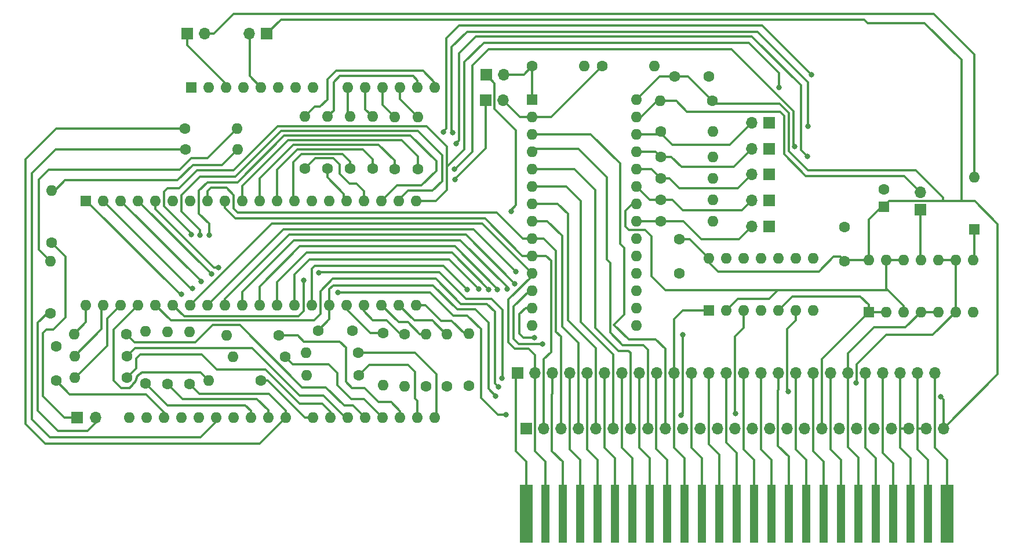
<source format=gbr>
G04 #@! TF.GenerationSoftware,KiCad,Pcbnew,(6.0.2)*
G04 #@! TF.CreationDate,2022-06-15T10:48:40-05:00*
G04 #@! TF.ProjectId,Apple2Card,4170706c-6532-4436-9172-642e6b696361,rev?*
G04 #@! TF.SameCoordinates,Original*
G04 #@! TF.FileFunction,Copper,L2,Bot*
G04 #@! TF.FilePolarity,Positive*
%FSLAX46Y46*%
G04 Gerber Fmt 4.6, Leading zero omitted, Abs format (unit mm)*
G04 Created by KiCad (PCBNEW (6.0.2)) date 2022-06-15 10:48:40*
%MOMM*%
%LPD*%
G01*
G04 APERTURE LIST*
G04 #@! TA.AperFunction,ComponentPad*
%ADD10O,1.600000X1.600000*%
G04 #@! TD*
G04 #@! TA.AperFunction,ComponentPad*
%ADD11C,1.600000*%
G04 #@! TD*
G04 #@! TA.AperFunction,ComponentPad*
%ADD12R,1.700000X1.700000*%
G04 #@! TD*
G04 #@! TA.AperFunction,ComponentPad*
%ADD13O,1.700000X1.700000*%
G04 #@! TD*
G04 #@! TA.AperFunction,ComponentPad*
%ADD14R,1.600000X1.600000*%
G04 #@! TD*
G04 #@! TA.AperFunction,SMDPad,CuDef*
%ADD15R,1.910000X8.530000*%
G04 #@! TD*
G04 #@! TA.AperFunction,SMDPad,CuDef*
%ADD16R,1.270000X8.530000*%
G04 #@! TD*
G04 #@! TA.AperFunction,ViaPad*
%ADD17C,0.800000*%
G04 #@! TD*
G04 #@! TA.AperFunction,Conductor*
%ADD18C,0.350000*%
G04 #@! TD*
G04 APERTURE END LIST*
D10*
X50910000Y-62150000D03*
D11*
X50910000Y-69770000D03*
D10*
X51054000Y-51816000D03*
D11*
X51054000Y-59436000D03*
D12*
X54765000Y-85050000D03*
D13*
X57510000Y-85050000D03*
D14*
X185880000Y-57490000D03*
D10*
X185880000Y-49870000D03*
D11*
X131500000Y-33630000D03*
D10*
X139120000Y-33630000D03*
D12*
X178010000Y-54640000D03*
D13*
X178010000Y-52100000D03*
D11*
X142100000Y-35130000D03*
X147100000Y-35130000D03*
X142810000Y-58930000D03*
X142810000Y-63930000D03*
D12*
X114555000Y-34890000D03*
D13*
X117095000Y-34890000D03*
D11*
X140100000Y-43220000D03*
D10*
X147720000Y-43220000D03*
D12*
X155920000Y-45720000D03*
D13*
X153380000Y-45720000D03*
D10*
X62385000Y-85050000D03*
X64925000Y-85050000D03*
X67465000Y-85050000D03*
X70005000Y-85050000D03*
X72545000Y-85050000D03*
X75085000Y-85050000D03*
X77625000Y-85050000D03*
X80165000Y-85050000D03*
X82705000Y-85050000D03*
X85245000Y-85050000D03*
X89305000Y-85050000D03*
X91845000Y-85050000D03*
X94385000Y-85050000D03*
X96925000Y-85050000D03*
X99465000Y-85050000D03*
X102005000Y-85050000D03*
X104545000Y-85050000D03*
X107085000Y-85050000D03*
X107085000Y-36790000D03*
X104545000Y-36790000D03*
X102005000Y-36790000D03*
X99465000Y-36790000D03*
X96925000Y-36790000D03*
X94385000Y-36790000D03*
X89305000Y-36790000D03*
X86765000Y-36790000D03*
X84225000Y-36790000D03*
X81685000Y-36790000D03*
X79145000Y-36790000D03*
X76605000Y-36790000D03*
X74065000Y-36790000D03*
D14*
X71525000Y-36790000D03*
D11*
X140050000Y-56310000D03*
D10*
X147670000Y-56310000D03*
D15*
X181864000Y-99060000D03*
D16*
X179070000Y-99060000D03*
X176530000Y-99060000D03*
X173990000Y-99060000D03*
X171450000Y-99060000D03*
X168910000Y-99060000D03*
X166370000Y-99060000D03*
X163830000Y-99060000D03*
X161290000Y-99060000D03*
X158750000Y-99060000D03*
X156210000Y-99060000D03*
X153670000Y-99060000D03*
X151130000Y-99060000D03*
X148590000Y-99060000D03*
X146050000Y-99060000D03*
X143510000Y-99060000D03*
X140970000Y-99060000D03*
X138430000Y-99060000D03*
X135890000Y-99060000D03*
X133350000Y-99060000D03*
X130810000Y-99060000D03*
X128270000Y-99060000D03*
X125730000Y-99060000D03*
X123190000Y-99060000D03*
D15*
X120396000Y-99060000D03*
D12*
X155885000Y-41970000D03*
D13*
X153345000Y-41970000D03*
D12*
X120396000Y-86614000D03*
D13*
X122936000Y-86614000D03*
X125476000Y-86614000D03*
X128016000Y-86614000D03*
X130556000Y-86614000D03*
X133096000Y-86614000D03*
X135636000Y-86614000D03*
X138176000Y-86614000D03*
X140716000Y-86614000D03*
X143256000Y-86614000D03*
X145796000Y-86614000D03*
X148336000Y-86614000D03*
X150876000Y-86614000D03*
X153416000Y-86614000D03*
X155956000Y-86614000D03*
X158496000Y-86614000D03*
X161036000Y-86614000D03*
X163576000Y-86614000D03*
X166116000Y-86614000D03*
X168656000Y-86614000D03*
X171196000Y-86614000D03*
X173736000Y-86614000D03*
X176276000Y-86614000D03*
X178816000Y-86614000D03*
X181356000Y-86614000D03*
D12*
X119130000Y-78510000D03*
D13*
X121670000Y-78510000D03*
X124210000Y-78510000D03*
X126750000Y-78510000D03*
X129290000Y-78510000D03*
X131830000Y-78510000D03*
X134370000Y-78510000D03*
X136910000Y-78510000D03*
X139450000Y-78510000D03*
X141990000Y-78510000D03*
X144530000Y-78510000D03*
X147070000Y-78510000D03*
X149610000Y-78510000D03*
X152150000Y-78510000D03*
X154690000Y-78510000D03*
X157230000Y-78510000D03*
X159770000Y-78510000D03*
X162310000Y-78510000D03*
X164850000Y-78510000D03*
X167390000Y-78510000D03*
X169930000Y-78510000D03*
X172470000Y-78510000D03*
X175010000Y-78510000D03*
X177550000Y-78510000D03*
X180090000Y-78510000D03*
D12*
X155900000Y-53240000D03*
D13*
X153360000Y-53240000D03*
D11*
X140060000Y-50050000D03*
D10*
X147680000Y-50050000D03*
D11*
X121300000Y-33660000D03*
D10*
X128920000Y-33660000D03*
D14*
X147066000Y-69342000D03*
D10*
X149606000Y-69342000D03*
X152146000Y-69342000D03*
X154686000Y-69342000D03*
X157226000Y-69342000D03*
X159766000Y-69342000D03*
X162306000Y-69342000D03*
X162306000Y-61722000D03*
X159766000Y-61722000D03*
X157226000Y-61722000D03*
X154686000Y-61722000D03*
X152146000Y-61722000D03*
X149606000Y-61722000D03*
X147066000Y-61722000D03*
D14*
X170429000Y-69586000D03*
D10*
X172969000Y-69586000D03*
X175509000Y-69586000D03*
X178049000Y-69586000D03*
X180589000Y-69586000D03*
X183129000Y-69586000D03*
X185669000Y-69586000D03*
X185669000Y-61966000D03*
X183129000Y-61966000D03*
X180589000Y-61966000D03*
X178049000Y-61966000D03*
X175509000Y-61966000D03*
X172969000Y-61966000D03*
X170429000Y-61966000D03*
D11*
X140060000Y-46890000D03*
D10*
X147680000Y-46890000D03*
D11*
X140060000Y-53210000D03*
D10*
X147680000Y-53210000D03*
D12*
X155910000Y-49490000D03*
D13*
X153370000Y-49490000D03*
D11*
X147630000Y-38740000D03*
D10*
X140010000Y-38740000D03*
D14*
X121235000Y-38515000D03*
D10*
X121235000Y-41055000D03*
X121235000Y-43595000D03*
X121235000Y-46135000D03*
X121235000Y-48675000D03*
X121235000Y-51215000D03*
X121235000Y-53755000D03*
X121235000Y-56295000D03*
X121235000Y-58835000D03*
X121235000Y-61375000D03*
X121235000Y-63915000D03*
X121235000Y-66455000D03*
X121235000Y-68995000D03*
X121235000Y-71535000D03*
X136475000Y-71535000D03*
X136475000Y-68995000D03*
X136475000Y-66455000D03*
X136475000Y-63915000D03*
X136475000Y-61375000D03*
X136475000Y-58835000D03*
X136475000Y-56295000D03*
X136475000Y-53755000D03*
X136475000Y-51215000D03*
X136475000Y-48675000D03*
X136475000Y-46135000D03*
X136475000Y-43595000D03*
X136475000Y-41055000D03*
X136475000Y-38515000D03*
D12*
X114515000Y-38660000D03*
D13*
X117055000Y-38660000D03*
D12*
X155865000Y-57070000D03*
D13*
X153325000Y-57070000D03*
D11*
X166920000Y-62150000D03*
X166920000Y-57150000D03*
D14*
X172620000Y-54190000D03*
D11*
X172620000Y-51690000D03*
D12*
X70930000Y-28880000D03*
D13*
X73470000Y-28880000D03*
D11*
X98000000Y-48650000D03*
D10*
X98000000Y-41030000D03*
D11*
X94650000Y-48625000D03*
D10*
X94650000Y-41005000D03*
D11*
X68000000Y-80120000D03*
D10*
X68000000Y-72500000D03*
D11*
X95940000Y-78860000D03*
D10*
X88320000Y-78860000D03*
D12*
X82530000Y-28880000D03*
D13*
X79990000Y-28880000D03*
D11*
X112070000Y-80410000D03*
D10*
X112070000Y-72790000D03*
D11*
X108860000Y-80430000D03*
D10*
X108860000Y-72810000D03*
D11*
X88075000Y-48635000D03*
D10*
X88075000Y-41015000D03*
D11*
X71225000Y-80120000D03*
D10*
X71225000Y-72500000D03*
D11*
X104625000Y-48700000D03*
D10*
X104625000Y-41080000D03*
D11*
X99500000Y-72670000D03*
D10*
X99500000Y-80290000D03*
D11*
X51730000Y-79600000D03*
X51730000Y-74600000D03*
X105770000Y-80430000D03*
D10*
X105770000Y-72810000D03*
D11*
X81670000Y-79600000D03*
D10*
X74050000Y-79600000D03*
D11*
X62075000Y-76050000D03*
D10*
X54455000Y-76050000D03*
D14*
X56085000Y-53325000D03*
D10*
X58625000Y-53325000D03*
X61165000Y-53325000D03*
X63705000Y-53325000D03*
X66245000Y-53325000D03*
X68785000Y-53325000D03*
X71325000Y-53325000D03*
X73865000Y-53325000D03*
X76405000Y-53325000D03*
X78945000Y-53325000D03*
X81485000Y-53325000D03*
X84025000Y-53325000D03*
X86565000Y-53325000D03*
X89105000Y-53325000D03*
X91645000Y-53325000D03*
X94185000Y-53325000D03*
X96725000Y-53325000D03*
X99265000Y-53325000D03*
X101805000Y-53325000D03*
X104345000Y-53325000D03*
X104345000Y-68565000D03*
X101805000Y-68565000D03*
X99265000Y-68565000D03*
X96725000Y-68565000D03*
X94185000Y-68565000D03*
X91645000Y-68565000D03*
X89105000Y-68565000D03*
X86565000Y-68565000D03*
X84025000Y-68565000D03*
X81485000Y-68565000D03*
X78945000Y-68565000D03*
X76405000Y-68565000D03*
X73865000Y-68565000D03*
X71325000Y-68565000D03*
X68785000Y-68565000D03*
X66245000Y-68565000D03*
X63705000Y-68565000D03*
X61165000Y-68565000D03*
X58625000Y-68565000D03*
X56085000Y-68565000D03*
D11*
X62090000Y-79180000D03*
D10*
X54470000Y-79180000D03*
D11*
X85180000Y-76130000D03*
D10*
X77560000Y-76130000D03*
D11*
X64830000Y-80050000D03*
D10*
X64830000Y-72430000D03*
D11*
X84260000Y-73000000D03*
D10*
X76640000Y-73000000D03*
D11*
X62000000Y-72800000D03*
D10*
X54380000Y-72800000D03*
D11*
X70610000Y-45810000D03*
D10*
X78230000Y-45810000D03*
D11*
X95900000Y-75510000D03*
D10*
X88280000Y-75510000D03*
D11*
X91375000Y-48635000D03*
D10*
X91375000Y-41015000D03*
D11*
X101225000Y-48725000D03*
D10*
X101225000Y-41105000D03*
D11*
X70570000Y-42810000D03*
D10*
X78190000Y-42810000D03*
D11*
X90010000Y-72310000D03*
X95010000Y-72310000D03*
X102680000Y-72810000D03*
D10*
X102680000Y-80430000D03*
D17*
X143256000Y-72898000D03*
X143000000Y-84680000D03*
X180950000Y-82020000D03*
X115950000Y-81880000D03*
X111770000Y-66290000D03*
X113500000Y-66260000D03*
X114920000Y-66290000D03*
X116210000Y-66300000D03*
X117590000Y-66210000D03*
X121570000Y-73350000D03*
X118750000Y-65460000D03*
X118920000Y-63650000D03*
X122820000Y-74280000D03*
X168610000Y-79910000D03*
X116880000Y-79280000D03*
X87870000Y-64950000D03*
X90120000Y-63850000D03*
X108320000Y-43310000D03*
X162070000Y-34930000D03*
X161560000Y-42450000D03*
X109640000Y-43360000D03*
X74080000Y-58330000D03*
X159630000Y-45420000D03*
X109920000Y-48710000D03*
X72730000Y-58350000D03*
X110010000Y-50270000D03*
X71500000Y-58310000D03*
X157360000Y-36740000D03*
X118210000Y-54900000D03*
X110140000Y-44970000D03*
X161490000Y-46850000D03*
X151010000Y-84460000D03*
X92930000Y-66720000D03*
X117420000Y-84590000D03*
X75470000Y-63110000D03*
X158650000Y-81180000D03*
X116340000Y-80530000D03*
X72890000Y-65140000D03*
X70050000Y-66990000D03*
X74430000Y-64070000D03*
X71620000Y-66140000D03*
D18*
X52960000Y-85050000D02*
X54765000Y-85050000D01*
X50330000Y-72140000D02*
X49810000Y-72660000D01*
X49810000Y-72660000D02*
X49810000Y-81900000D01*
X51350000Y-72140000D02*
X50330000Y-72140000D01*
X49810000Y-81900000D02*
X52960000Y-85050000D01*
X53090000Y-61472000D02*
X53090000Y-70400000D01*
X51054000Y-59436000D02*
X53090000Y-61472000D01*
X53090000Y-70400000D02*
X51350000Y-72140000D01*
X57510000Y-85830000D02*
X57510000Y-85050000D01*
X56350000Y-86990000D02*
X57510000Y-85830000D01*
X52050000Y-86990000D02*
X56350000Y-86990000D01*
X49040000Y-83980000D02*
X52050000Y-86990000D01*
X50450000Y-69770000D02*
X49040000Y-71180000D01*
X49040000Y-71180000D02*
X49040000Y-83980000D01*
X50910000Y-69770000D02*
X50450000Y-69770000D01*
X47280000Y-85960000D02*
X50130000Y-88810000D01*
X50130000Y-88810000D02*
X81485000Y-88810000D01*
X47280000Y-47300000D02*
X47280000Y-85960000D01*
X51770000Y-42810000D02*
X47280000Y-47300000D01*
X81485000Y-88810000D02*
X85245000Y-85050000D01*
X70570000Y-42810000D02*
X51770000Y-42810000D01*
X50790000Y-87870000D02*
X72820000Y-87870000D01*
X48210000Y-85290000D02*
X50790000Y-87870000D01*
X72820000Y-87870000D02*
X75085000Y-85605000D01*
X75085000Y-85605000D02*
X75085000Y-85050000D01*
X48210000Y-49300000D02*
X48210000Y-85290000D01*
X51700000Y-45810000D02*
X48210000Y-49300000D01*
X70610000Y-45810000D02*
X51700000Y-45810000D01*
X49260000Y-60500000D02*
X50910000Y-62150000D01*
X49260000Y-50210000D02*
X49260000Y-60500000D01*
X69830000Y-48800000D02*
X50670000Y-48800000D01*
X50670000Y-48800000D02*
X49260000Y-50210000D01*
X73870000Y-47130000D02*
X71500000Y-47130000D01*
X71500000Y-47130000D02*
X69830000Y-48800000D01*
X78190000Y-42810000D02*
X73870000Y-47130000D01*
X107225000Y-53325000D02*
X104345000Y-53325000D01*
X108830000Y-51720000D02*
X107225000Y-53325000D01*
X108830000Y-45400000D02*
X108830000Y-51720000D01*
X105870000Y-42440000D02*
X108830000Y-45400000D01*
X84140000Y-42440000D02*
X105870000Y-42440000D01*
X69740000Y-51460000D02*
X72300000Y-48900000D01*
X68020000Y-51460000D02*
X69740000Y-51460000D01*
X77680000Y-48900000D02*
X84140000Y-42440000D01*
X67500000Y-51980000D02*
X68020000Y-51460000D01*
X67500000Y-54130000D02*
X67500000Y-51980000D01*
X71500000Y-58130000D02*
X67500000Y-54130000D01*
X72300000Y-48900000D02*
X77680000Y-48900000D01*
X71500000Y-58310000D02*
X71500000Y-58130000D01*
X53060000Y-50330000D02*
X51574000Y-51816000D01*
X71730000Y-48080000D02*
X69480000Y-50330000D01*
X75960000Y-48080000D02*
X71730000Y-48080000D01*
X69480000Y-50330000D02*
X53060000Y-50330000D01*
X78230000Y-45810000D02*
X75960000Y-48080000D01*
X51574000Y-51816000D02*
X51054000Y-51816000D01*
X53740000Y-81610000D02*
X64850000Y-81610000D01*
X51730000Y-79600000D02*
X53740000Y-81610000D01*
X64850000Y-81610000D02*
X67465000Y-84225000D01*
X67465000Y-84225000D02*
X67465000Y-85050000D01*
X104160000Y-75510000D02*
X95900000Y-75510000D01*
X107310000Y-84825000D02*
X107310000Y-78660000D01*
X107085000Y-85050000D02*
X107310000Y-84825000D01*
X107310000Y-78660000D02*
X104160000Y-75510000D01*
X68500000Y-70820000D02*
X66245000Y-68565000D01*
X89410000Y-70820000D02*
X68500000Y-70820000D01*
X90340000Y-69890000D02*
X89410000Y-70820000D01*
X90340000Y-66540000D02*
X90340000Y-69890000D01*
X92170000Y-64710000D02*
X90340000Y-66540000D01*
X107200000Y-64710000D02*
X92170000Y-64710000D01*
X110880000Y-68390000D02*
X107200000Y-64710000D01*
X115810000Y-69540000D02*
X114660000Y-68390000D01*
X116340000Y-80530000D02*
X115810000Y-80000000D01*
X114660000Y-68390000D02*
X110880000Y-68390000D01*
X115810000Y-80000000D02*
X115810000Y-69540000D01*
X91645000Y-66235000D02*
X91645000Y-68565000D01*
X92190000Y-65690000D02*
X91645000Y-66235000D01*
X106820000Y-65690000D02*
X92190000Y-65690000D01*
X110340000Y-69210000D02*
X106820000Y-65690000D01*
X112960000Y-69210000D02*
X110340000Y-69210000D01*
X114880000Y-71130000D02*
X112960000Y-69210000D01*
X114880000Y-80810000D02*
X114880000Y-71130000D01*
X115950000Y-81880000D02*
X114880000Y-80810000D01*
X143256000Y-72898000D02*
X143270000Y-72912000D01*
X143270000Y-84410000D02*
X143000000Y-84680000D01*
X143270000Y-72912000D02*
X143270000Y-84410000D01*
X123325000Y-61375000D02*
X121235000Y-61375000D01*
X124030000Y-75420000D02*
X124030000Y-62080000D01*
X119865000Y-61375000D02*
X114370000Y-55880000D01*
X122936000Y-86614000D02*
X122936000Y-76514000D01*
X122936000Y-76514000D02*
X124030000Y-75420000D01*
X124030000Y-62080000D02*
X123325000Y-61375000D01*
X121235000Y-61375000D02*
X119865000Y-61375000D01*
X114370000Y-55880000D02*
X77880000Y-55880000D01*
X77880000Y-55880000D02*
X76405000Y-54405000D01*
X76405000Y-54405000D02*
X76405000Y-53325000D01*
X124780000Y-72510000D02*
X124780000Y-60680000D01*
X122935000Y-58835000D02*
X121235000Y-58835000D01*
X73865000Y-51895000D02*
X73865000Y-53325000D01*
X77700000Y-52480000D02*
X76650000Y-51430000D01*
X78270000Y-55060000D02*
X77700000Y-54490000D01*
X76650000Y-51430000D02*
X74330000Y-51430000D01*
X124780000Y-60680000D02*
X122935000Y-58835000D01*
X119905000Y-58835000D02*
X116130000Y-55060000D01*
X116130000Y-55060000D02*
X78270000Y-55060000D01*
X77700000Y-54490000D02*
X77700000Y-52480000D01*
X74330000Y-51430000D02*
X73865000Y-51895000D01*
X125476000Y-86614000D02*
X125476000Y-73206000D01*
X125476000Y-73206000D02*
X124780000Y-72510000D01*
X121235000Y-58835000D02*
X119905000Y-58835000D01*
X125630000Y-71750000D02*
X125630000Y-58420000D01*
X125630000Y-58420000D02*
X123505000Y-56295000D01*
X128016000Y-74136000D02*
X125630000Y-71750000D01*
X128016000Y-86614000D02*
X128016000Y-74136000D01*
X123505000Y-56295000D02*
X121235000Y-56295000D01*
X130556000Y-86614000D02*
X130556000Y-74896000D01*
X126480000Y-70820000D02*
X126480000Y-55210000D01*
X130556000Y-74896000D02*
X126480000Y-70820000D01*
X125025000Y-53755000D02*
X121235000Y-53755000D01*
X126480000Y-55210000D02*
X125025000Y-53755000D01*
X133096000Y-86614000D02*
X133096000Y-75806000D01*
X128370000Y-53340000D02*
X126245000Y-51215000D01*
X128370000Y-71080000D02*
X128370000Y-53340000D01*
X126245000Y-51215000D02*
X121235000Y-51215000D01*
X133096000Y-75806000D02*
X128370000Y-71080000D01*
X135636000Y-86614000D02*
X135636000Y-75536000D01*
X130500000Y-51730000D02*
X127445000Y-48675000D01*
X127445000Y-48675000D02*
X121235000Y-48675000D01*
X133860000Y-75250000D02*
X130500000Y-71890000D01*
X135636000Y-75536000D02*
X135350000Y-75250000D01*
X135350000Y-75250000D02*
X133860000Y-75250000D01*
X130500000Y-71890000D02*
X130500000Y-51730000D01*
X132190000Y-49870000D02*
X128020000Y-45700000D01*
X121660000Y-45710000D02*
X121235000Y-46135000D01*
X134490000Y-74430000D02*
X132680000Y-72620000D01*
X138176000Y-86614000D02*
X138176000Y-75096000D01*
X128020000Y-45700000D02*
X122040000Y-45700000D01*
X122030000Y-45710000D02*
X121660000Y-45710000D01*
X132190000Y-61925325D02*
X132190000Y-49870000D01*
X138176000Y-75096000D02*
X137510000Y-74430000D01*
X137510000Y-74430000D02*
X134490000Y-74430000D01*
X132680000Y-72620000D02*
X132680000Y-62415325D01*
X132680000Y-62415325D02*
X132190000Y-61925325D01*
X122040000Y-45700000D02*
X122030000Y-45710000D01*
X134710000Y-69959040D02*
X134710000Y-60250000D01*
X129825000Y-43595000D02*
X121235000Y-43595000D01*
X134120000Y-59660000D02*
X134120000Y-47890000D01*
X140716000Y-74986000D02*
X139310000Y-73580000D01*
X134710000Y-60250000D02*
X134120000Y-59660000D01*
X139310000Y-73580000D02*
X135370000Y-73580000D01*
X133229520Y-71439520D02*
X134710000Y-69959040D01*
X140716000Y-86614000D02*
X140716000Y-74986000D01*
X134120000Y-47890000D02*
X129825000Y-43595000D01*
X135370000Y-73580000D02*
X133229520Y-71439520D01*
X163576000Y-76439000D02*
X170429000Y-69586000D01*
X157226000Y-69342000D02*
X159248000Y-67320000D01*
X163576000Y-86614000D02*
X163576000Y-76439000D01*
X170429000Y-69586000D02*
X170429000Y-68529000D01*
X172969000Y-69586000D02*
X170429000Y-69586000D01*
X159248000Y-67320000D02*
X169220000Y-67320000D01*
X170429000Y-68529000D02*
X169220000Y-67320000D01*
X175006000Y-86494000D02*
X175006000Y-89408000D01*
X175006000Y-86494000D02*
X175006000Y-81394000D01*
X175006000Y-81394000D02*
X175010000Y-81390000D01*
X176530000Y-90932000D02*
X176530000Y-99060000D01*
X176276000Y-86614000D02*
X175126000Y-86614000D01*
X175006000Y-89408000D02*
X176530000Y-90932000D01*
X175126000Y-86614000D02*
X175006000Y-86494000D01*
X175010000Y-81390000D02*
X175010000Y-78510000D01*
X177594000Y-86614000D02*
X178816000Y-86614000D01*
X177540000Y-86560000D02*
X177540000Y-78520000D01*
X177540000Y-89656000D02*
X179070000Y-91186000D01*
X179070000Y-91186000D02*
X179070000Y-99060000D01*
X177540000Y-86560000D02*
X177594000Y-86614000D01*
X177540000Y-78520000D02*
X177550000Y-78510000D01*
X177540000Y-86560000D02*
X177540000Y-89656000D01*
X184000000Y-32730000D02*
X184000000Y-53380000D01*
X158770000Y-46060000D02*
X158770000Y-40500000D01*
X148430000Y-63660000D02*
X163180000Y-63660000D01*
X142810000Y-58930000D02*
X144274000Y-58930000D01*
X169780000Y-26840000D02*
X170300000Y-27360000D01*
X167104000Y-61966000D02*
X166920000Y-62150000D01*
X181316000Y-53380000D02*
X181316000Y-52846000D01*
X170429000Y-56061000D02*
X172300000Y-54190000D01*
X166300000Y-61530000D02*
X166920000Y-62150000D01*
X172300000Y-54190000D02*
X172620000Y-54190000D01*
X178630000Y-27360000D02*
X184000000Y-32730000D01*
X170429000Y-61966000D02*
X170429000Y-56061000D01*
X148020000Y-39130000D02*
X147630000Y-38740000D01*
X163180000Y-63660000D02*
X165310000Y-61530000D01*
X181306000Y-53390000D02*
X173420000Y-53390000D01*
X144020000Y-35130000D02*
X147630000Y-38740000D01*
X185920000Y-53380000D02*
X184000000Y-53380000D01*
X144274000Y-58930000D02*
X147066000Y-61722000D01*
X181316000Y-52846000D02*
X177360000Y-48890000D01*
X181356000Y-86614000D02*
X189290000Y-78680000D01*
X181356000Y-82426000D02*
X181356000Y-86614000D01*
X136475000Y-38515000D02*
X139860000Y-35130000D01*
X147066000Y-61722000D02*
X147066000Y-62296000D01*
X180950000Y-82020000D02*
X181356000Y-82426000D01*
X157400000Y-39130000D02*
X148020000Y-39130000D01*
X91645000Y-70675000D02*
X90010000Y-72310000D01*
X142100000Y-35130000D02*
X144020000Y-35130000D01*
X82530000Y-28880000D02*
X84570000Y-26840000D01*
X91645000Y-68565000D02*
X91645000Y-70675000D01*
X165310000Y-61530000D02*
X166300000Y-61530000D01*
X139860000Y-35130000D02*
X142100000Y-35130000D01*
X158770000Y-40500000D02*
X157400000Y-39130000D01*
X177360000Y-48890000D02*
X161600000Y-48890000D01*
X147066000Y-62296000D02*
X148430000Y-63660000D01*
X173420000Y-53390000D02*
X172620000Y-54190000D01*
X170300000Y-27360000D02*
X178630000Y-27360000D01*
X170429000Y-61966000D02*
X167104000Y-61966000D01*
X184000000Y-53380000D02*
X181316000Y-53380000D01*
X189290000Y-78680000D02*
X189290000Y-56750000D01*
X189290000Y-56750000D02*
X185920000Y-53380000D01*
X161600000Y-48890000D02*
X158770000Y-46060000D01*
X181316000Y-53380000D02*
X181306000Y-53390000D01*
X84570000Y-26840000D02*
X169780000Y-26840000D01*
X180090000Y-89412000D02*
X180090000Y-78510000D01*
X181864000Y-99060000D02*
X181864000Y-91186000D01*
X181864000Y-91186000D02*
X180090000Y-89412000D01*
X172470000Y-81095000D02*
X172470000Y-78510000D01*
X173990000Y-99060000D02*
X173990000Y-91694000D01*
X172480000Y-90184000D02*
X172480000Y-81105000D01*
X172480000Y-81105000D02*
X172470000Y-81095000D01*
X173990000Y-91694000D02*
X172480000Y-90184000D01*
X171450000Y-90932000D02*
X169940000Y-89422000D01*
X169940000Y-89422000D02*
X169940000Y-78520000D01*
X171450000Y-99060000D02*
X171450000Y-90932000D01*
X169940000Y-78520000D02*
X169930000Y-78510000D01*
X175815000Y-71820000D02*
X178049000Y-69586000D01*
X167390000Y-89360000D02*
X168910000Y-90880000D01*
X178049000Y-69586000D02*
X180589000Y-69586000D01*
X167390000Y-75650000D02*
X171220000Y-71820000D01*
X167390000Y-78510000D02*
X167390000Y-75650000D01*
X171220000Y-71820000D02*
X175815000Y-71820000D01*
X168910000Y-90880000D02*
X168910000Y-99060000D01*
X167390000Y-78510000D02*
X167390000Y-89360000D01*
X164850000Y-89666000D02*
X164850000Y-78510000D01*
X166370000Y-99060000D02*
X166370000Y-91186000D01*
X166370000Y-91186000D02*
X164850000Y-89666000D01*
X163830000Y-91440000D02*
X162310000Y-89920000D01*
X163830000Y-99060000D02*
X163830000Y-91440000D01*
X162310000Y-89920000D02*
X162310000Y-78510000D01*
X159760000Y-80710000D02*
X159770000Y-80700000D01*
X161290000Y-91186000D02*
X159760000Y-89656000D01*
X161290000Y-99060000D02*
X161290000Y-91186000D01*
X159770000Y-80700000D02*
X159770000Y-78510000D01*
X159760000Y-89656000D02*
X159760000Y-80710000D01*
X157230000Y-80990000D02*
X157230000Y-78510000D01*
X157210000Y-81010000D02*
X157230000Y-80990000D01*
X158750000Y-90678000D02*
X157210000Y-89138000D01*
X157210000Y-89138000D02*
X157210000Y-81010000D01*
X158750000Y-99060000D02*
X158750000Y-90678000D01*
X156210000Y-99060000D02*
X156210000Y-91186000D01*
X154700000Y-89676000D02*
X154700000Y-78520000D01*
X156210000Y-91186000D02*
X154700000Y-89676000D01*
X154700000Y-78520000D02*
X154690000Y-78510000D01*
X153670000Y-91186000D02*
X152160000Y-89676000D01*
X153670000Y-99060000D02*
X153670000Y-91186000D01*
X152160000Y-89676000D02*
X152160000Y-78520000D01*
X152160000Y-78520000D02*
X152150000Y-78510000D01*
X151130000Y-90170000D02*
X149610000Y-88650000D01*
X151130000Y-99060000D02*
X151130000Y-90170000D01*
X149610000Y-88650000D02*
X149610000Y-78510000D01*
X147070000Y-80910000D02*
X147070000Y-78510000D01*
X148590000Y-90424000D02*
X147080000Y-88914000D01*
X147080000Y-88914000D02*
X147080000Y-80920000D01*
X147080000Y-80920000D02*
X147070000Y-80910000D01*
X148590000Y-99060000D02*
X148590000Y-90424000D01*
X144520000Y-78520000D02*
X144530000Y-78510000D01*
X144520000Y-89402000D02*
X144520000Y-78520000D01*
X146050000Y-99060000D02*
X146050000Y-90932000D01*
X146050000Y-90932000D02*
X144520000Y-89402000D01*
X141980000Y-89402000D02*
X141980000Y-81030000D01*
X141990000Y-70608000D02*
X143256000Y-69342000D01*
X141980000Y-81030000D02*
X141990000Y-81020000D01*
X141990000Y-78510000D02*
X141990000Y-70608000D01*
X143510000Y-99060000D02*
X143510000Y-90932000D01*
X143510000Y-90932000D02*
X141980000Y-89402000D01*
X143256000Y-69342000D02*
X147066000Y-69342000D01*
X141990000Y-81020000D02*
X141990000Y-78510000D01*
X108310000Y-62830000D02*
X89560000Y-62830000D01*
X111770000Y-66290000D02*
X108310000Y-62830000D01*
X89105000Y-63285000D02*
X89105000Y-68565000D01*
X140970000Y-91186000D02*
X139420000Y-89636000D01*
X139420000Y-89636000D02*
X139420000Y-78540000D01*
X89560000Y-62830000D02*
X89105000Y-63285000D01*
X139420000Y-78540000D02*
X139450000Y-78510000D01*
X140970000Y-99060000D02*
X140970000Y-91186000D01*
X88760000Y-61920000D02*
X86565000Y-64115000D01*
X113500000Y-66260000D02*
X109160000Y-61920000D01*
X86565000Y-64115000D02*
X86565000Y-68565000D01*
X138430000Y-90932000D02*
X136920000Y-89422000D01*
X109160000Y-61920000D02*
X88760000Y-61920000D01*
X136910000Y-81260000D02*
X136910000Y-78510000D01*
X138430000Y-99060000D02*
X138430000Y-90932000D01*
X136920000Y-89422000D02*
X136920000Y-81270000D01*
X136920000Y-81270000D02*
X136910000Y-81260000D01*
X114920000Y-66290000D02*
X109550000Y-60920000D01*
X109550000Y-60920000D02*
X88320000Y-60920000D01*
X88320000Y-60920000D02*
X84025000Y-65215000D01*
X84025000Y-65215000D02*
X84025000Y-68565000D01*
X134380000Y-89422000D02*
X134380000Y-81060000D01*
X134370000Y-81050000D02*
X134370000Y-78510000D01*
X135890000Y-99060000D02*
X135890000Y-90932000D01*
X134380000Y-81060000D02*
X134370000Y-81050000D01*
X135890000Y-90932000D02*
X134380000Y-89422000D01*
X116210000Y-66200000D02*
X110010000Y-60000000D01*
X110010000Y-60000000D02*
X87340000Y-60000000D01*
X133350000Y-99060000D02*
X133350000Y-90932000D01*
X131830000Y-80510000D02*
X131830000Y-78510000D01*
X131820000Y-89402000D02*
X131820000Y-80520000D01*
X131820000Y-80520000D02*
X131830000Y-80510000D01*
X133350000Y-90932000D02*
X131820000Y-89402000D01*
X81485000Y-65855000D02*
X81485000Y-68565000D01*
X116210000Y-66300000D02*
X116210000Y-66200000D01*
X87340000Y-60000000D02*
X81485000Y-65855000D01*
X130810000Y-99060000D02*
X130810000Y-91186000D01*
X129280000Y-81620000D02*
X129290000Y-81610000D01*
X117590000Y-66210000D02*
X117590000Y-65920000D01*
X110810000Y-59140000D02*
X86460000Y-59140000D01*
X86460000Y-59140000D02*
X78945000Y-66655000D01*
X117590000Y-65920000D02*
X110810000Y-59140000D01*
X78945000Y-66655000D02*
X78945000Y-68565000D01*
X129280000Y-89656000D02*
X129280000Y-81620000D01*
X130810000Y-91186000D02*
X129280000Y-89656000D01*
X129290000Y-81610000D02*
X129290000Y-78510000D01*
X119400000Y-69900000D02*
X120305000Y-68995000D01*
X121570000Y-73350000D02*
X121540000Y-73320000D01*
X85760000Y-58290000D02*
X76405000Y-67645000D01*
X121540000Y-73320000D02*
X120000000Y-73320000D01*
X128270000Y-99060000D02*
X128270000Y-91186000D01*
X76405000Y-67645000D02*
X76405000Y-68565000D01*
X111580000Y-58290000D02*
X85760000Y-58290000D01*
X118750000Y-65460000D02*
X111580000Y-58290000D01*
X119400000Y-72720000D02*
X119400000Y-69900000D01*
X126760000Y-89676000D02*
X126760000Y-78520000D01*
X120000000Y-73320000D02*
X119400000Y-72720000D01*
X126760000Y-78520000D02*
X126750000Y-78510000D01*
X120305000Y-68995000D02*
X121235000Y-68995000D01*
X128270000Y-91186000D02*
X126760000Y-89676000D01*
X125730000Y-91440000D02*
X124190000Y-89900000D01*
X122780000Y-74240000D02*
X119315000Y-74240000D01*
X119315000Y-74240000D02*
X118575000Y-73500000D01*
X118575000Y-73500000D02*
X118575000Y-68785000D01*
X73865000Y-68565000D02*
X84960000Y-57470000D01*
X84960000Y-57470000D02*
X112740000Y-57470000D01*
X124190000Y-89900000D02*
X124190000Y-81610000D01*
X120905000Y-66455000D02*
X121235000Y-66455000D01*
X124190000Y-81610000D02*
X124210000Y-81590000D01*
X122820000Y-74280000D02*
X122780000Y-74240000D01*
X125730000Y-99060000D02*
X125730000Y-91440000D01*
X124210000Y-81590000D02*
X124210000Y-78510000D01*
X112740000Y-57470000D02*
X118920000Y-63650000D01*
X118575000Y-68785000D02*
X120905000Y-66455000D01*
X117825000Y-74025000D02*
X117825000Y-67750000D01*
X123190000Y-99060000D02*
X123190000Y-91440000D01*
X117825000Y-67750000D02*
X121235000Y-64340000D01*
X118720000Y-74920000D02*
X117825000Y-74025000D01*
X113990000Y-56670000D02*
X121235000Y-63915000D01*
X83220000Y-56670000D02*
X113990000Y-56670000D01*
X121670000Y-80510000D02*
X121680000Y-80500000D01*
X121670000Y-89920000D02*
X121670000Y-80510000D01*
X120730000Y-74920000D02*
X118720000Y-74920000D01*
X121680000Y-75870000D02*
X120730000Y-74920000D01*
X121235000Y-64340000D02*
X121235000Y-63915000D01*
X71325000Y-68565000D02*
X83220000Y-56670000D01*
X121670000Y-77660000D02*
X121670000Y-78510000D01*
X121680000Y-80500000D02*
X121680000Y-75870000D01*
X123190000Y-91440000D02*
X121670000Y-89920000D01*
X120396000Y-99060000D02*
X120396000Y-91440000D01*
X118872000Y-89916000D02*
X118872000Y-78768000D01*
X118872000Y-78768000D02*
X119130000Y-78510000D01*
X120396000Y-91440000D02*
X118872000Y-89916000D01*
X140060000Y-53210000D02*
X138470000Y-53210000D01*
X143300000Y-54720000D02*
X151880000Y-54720000D01*
X140060000Y-53210000D02*
X141790000Y-53210000D01*
X138470000Y-53210000D02*
X136475000Y-51215000D01*
X141790000Y-53210000D02*
X143300000Y-54720000D01*
X151880000Y-54720000D02*
X153360000Y-53240000D01*
X124075000Y-41055000D02*
X121235000Y-41055000D01*
X119450000Y-41055000D02*
X121235000Y-41055000D01*
X117055000Y-38660000D02*
X119450000Y-41055000D01*
X131500000Y-33630000D02*
X124075000Y-41055000D01*
X140100000Y-43220000D02*
X139725000Y-43595000D01*
X140100000Y-43490000D02*
X140100000Y-43220000D01*
X150175000Y-45140000D02*
X141750000Y-45140000D01*
X141750000Y-45140000D02*
X140100000Y-43490000D01*
X139725000Y-43595000D02*
X136475000Y-43595000D01*
X153345000Y-41970000D02*
X150175000Y-45140000D01*
X117095000Y-34890000D02*
X120070000Y-34890000D01*
X121235000Y-38515000D02*
X121235000Y-33725000D01*
X120070000Y-34890000D02*
X121300000Y-33660000D01*
X108690000Y-72810000D02*
X108860000Y-72810000D01*
X106690000Y-70810000D02*
X108690000Y-72810000D01*
X101805000Y-68565000D02*
X104050000Y-70810000D01*
X104050000Y-70810000D02*
X106690000Y-70810000D01*
X99265000Y-68565000D02*
X101770000Y-71070000D01*
X104880000Y-72810000D02*
X105770000Y-72810000D01*
X101770000Y-71070000D02*
X103140000Y-71070000D01*
X103140000Y-71070000D02*
X104880000Y-72810000D01*
X102060000Y-72810000D02*
X102680000Y-72810000D01*
X100020000Y-70770000D02*
X98020000Y-70770000D01*
X96725000Y-69475000D02*
X96725000Y-68565000D01*
X102060000Y-72810000D02*
X100020000Y-70770000D01*
X98020000Y-70770000D02*
X96725000Y-69475000D01*
X97650000Y-72670000D02*
X99500000Y-72670000D01*
X94185000Y-69205000D02*
X97650000Y-72670000D01*
X94185000Y-68565000D02*
X94185000Y-69205000D01*
X87870000Y-69450000D02*
X87110000Y-70210000D01*
X116980000Y-79180000D02*
X116880000Y-79280000D01*
X87870000Y-64950000D02*
X87870000Y-69450000D01*
X172980000Y-72900000D02*
X179815000Y-72900000D01*
X183129000Y-69586000D02*
X183129000Y-61966000D01*
X168650000Y-77230000D02*
X172980000Y-72900000D01*
X70430000Y-70210000D02*
X68785000Y-68565000D01*
X115350000Y-67690000D02*
X116980000Y-69320000D01*
X90210000Y-63760000D02*
X107720000Y-63760000D01*
X90120000Y-63850000D02*
X90210000Y-63760000D01*
X168610000Y-79910000D02*
X168650000Y-79870000D01*
X168650000Y-79870000D02*
X168650000Y-77230000D01*
X107720000Y-63760000D02*
X111650000Y-67690000D01*
X180589000Y-61966000D02*
X183129000Y-61966000D01*
X87110000Y-70210000D02*
X70430000Y-70210000D01*
X116980000Y-69320000D02*
X116980000Y-79180000D01*
X179815000Y-72900000D02*
X183129000Y-69586000D01*
X111650000Y-67690000D02*
X115350000Y-67690000D01*
X108320000Y-43310000D02*
X108320000Y-43220000D01*
X162060000Y-34930000D02*
X162070000Y-34930000D01*
X108730000Y-29610000D02*
X110620000Y-27720000D01*
X110620000Y-27720000D02*
X154850000Y-27720000D01*
X108320000Y-43220000D02*
X108730000Y-42810000D01*
X154850000Y-27720000D02*
X162060000Y-34930000D01*
X108730000Y-42810000D02*
X108730000Y-29610000D01*
X109500000Y-43220000D02*
X109500000Y-30880000D01*
X161580000Y-36000000D02*
X161580000Y-42430000D01*
X154180000Y-28600000D02*
X161580000Y-36000000D01*
X161580000Y-42430000D02*
X161560000Y-42450000D01*
X109500000Y-30880000D02*
X111780000Y-28600000D01*
X109640000Y-43360000D02*
X109500000Y-43220000D01*
X111780000Y-28600000D02*
X154180000Y-28600000D01*
X78230000Y-50630000D02*
X85040000Y-43820000D01*
X107260000Y-48970000D02*
X105140000Y-51090000D01*
X159450000Y-40220000D02*
X159450000Y-45240000D01*
X85040000Y-43820000D02*
X103530000Y-43820000D01*
X159450000Y-45240000D02*
X159630000Y-45420000D01*
X101500000Y-51090000D02*
X99265000Y-53325000D01*
X74080000Y-58330000D02*
X74080000Y-56670000D01*
X73850000Y-50630000D02*
X78230000Y-50630000D01*
X112530000Y-46150000D02*
X112530000Y-33570000D01*
X112530000Y-33570000D02*
X114950000Y-31150000D01*
X109920000Y-48710000D02*
X109970000Y-48710000D01*
X105140000Y-51090000D02*
X101500000Y-51090000D01*
X74080000Y-56670000D02*
X72620000Y-55210000D01*
X109970000Y-48710000D02*
X112530000Y-46150000D01*
X107260000Y-47550000D02*
X107260000Y-48970000D01*
X103530000Y-43820000D02*
X107260000Y-47550000D01*
X72620000Y-55210000D02*
X72620000Y-51860000D01*
X150380000Y-31150000D02*
X159450000Y-40220000D01*
X114950000Y-31150000D02*
X150380000Y-31150000D01*
X72620000Y-51860000D02*
X73850000Y-50630000D01*
X108130000Y-46690000D02*
X108130000Y-50470000D01*
X106730000Y-51870000D02*
X103110000Y-51870000D01*
X77930000Y-49790000D02*
X84590000Y-43130000D01*
X70030000Y-52520000D02*
X72760000Y-49790000D01*
X72730000Y-57610000D02*
X70030000Y-54910000D01*
X70030000Y-54910000D02*
X70030000Y-52520000D01*
X72730000Y-58350000D02*
X72730000Y-57610000D01*
X84590000Y-43130000D02*
X104570000Y-43130000D01*
X103110000Y-51870000D02*
X101805000Y-53175000D01*
X110010000Y-50270000D02*
X110010000Y-50170000D01*
X101805000Y-53175000D02*
X101805000Y-53325000D01*
X114515000Y-45665000D02*
X114515000Y-38660000D01*
X104570000Y-43130000D02*
X108130000Y-46690000D01*
X108130000Y-50470000D02*
X106730000Y-51870000D01*
X72760000Y-49790000D02*
X77930000Y-49790000D01*
X110010000Y-50170000D02*
X114515000Y-45665000D01*
X157360000Y-36740000D02*
X157360000Y-34620000D01*
X111370000Y-33050000D02*
X111370000Y-45800000D01*
X157360000Y-34620000D02*
X152950000Y-30210000D01*
X114210000Y-30210000D02*
X111370000Y-33050000D01*
X152950000Y-30210000D02*
X114210000Y-30210000D01*
X111370000Y-45800000D02*
X108830000Y-48340000D01*
X118930000Y-53970000D02*
X118930000Y-43010000D01*
X118930000Y-43010000D02*
X115800000Y-39880000D01*
X115800000Y-39880000D02*
X115800000Y-36135000D01*
X118210000Y-54690000D02*
X118930000Y-53970000D01*
X115800000Y-36135000D02*
X114555000Y-34890000D01*
X104345000Y-68565000D02*
X105715000Y-68565000D01*
X105715000Y-68565000D02*
X108000000Y-70850000D01*
X109490000Y-70850000D02*
X111430000Y-72790000D01*
X118210000Y-54900000D02*
X118210000Y-54690000D01*
X111430000Y-72790000D02*
X112070000Y-72790000D01*
X108000000Y-70850000D02*
X109490000Y-70850000D01*
X178010000Y-54640000D02*
X178010000Y-61927000D01*
X178010000Y-61927000D02*
X178049000Y-61966000D01*
X91375000Y-49905000D02*
X93790000Y-52320000D01*
X91375000Y-48635000D02*
X91375000Y-49905000D01*
X93790000Y-52320000D02*
X93790000Y-52930000D01*
X110140000Y-44970000D02*
X110630000Y-44480000D01*
X93790000Y-52930000D02*
X94185000Y-53325000D01*
X160570000Y-36470000D02*
X160570000Y-45930000D01*
X110630000Y-31730000D02*
X113060000Y-29300000D01*
X153400000Y-29300000D02*
X160570000Y-36470000D01*
X110630000Y-44480000D02*
X110630000Y-31730000D01*
X113060000Y-29300000D02*
X153400000Y-29300000D01*
X160570000Y-45930000D02*
X161490000Y-46850000D01*
X140010000Y-38740000D02*
X139540000Y-38740000D01*
X142310000Y-38740000D02*
X140010000Y-38740000D01*
X178010000Y-52100000D02*
X175600000Y-49690000D01*
X137225000Y-41055000D02*
X136475000Y-41055000D01*
X139540000Y-38740000D02*
X137225000Y-41055000D01*
X143900000Y-40330000D02*
X142310000Y-38740000D01*
X158060000Y-46540000D02*
X158060000Y-40910000D01*
X175600000Y-49690000D02*
X161210000Y-49690000D01*
X157480000Y-40330000D02*
X143900000Y-40330000D01*
X161210000Y-49690000D02*
X158060000Y-46540000D01*
X158060000Y-40910000D02*
X157480000Y-40330000D01*
X141610000Y-46890000D02*
X143080000Y-48360000D01*
X140060000Y-46890000D02*
X141610000Y-46890000D01*
X139305000Y-46135000D02*
X140060000Y-46890000D01*
X150740000Y-48360000D02*
X153380000Y-45720000D01*
X136475000Y-46135000D02*
X139305000Y-46135000D01*
X143080000Y-48360000D02*
X150740000Y-48360000D01*
X142760000Y-51510000D02*
X151350000Y-51510000D01*
X138685000Y-48675000D02*
X140060000Y-50050000D01*
X140060000Y-50050000D02*
X141300000Y-50050000D01*
X151350000Y-51510000D02*
X153370000Y-49490000D01*
X141300000Y-50050000D02*
X142760000Y-51510000D01*
X136475000Y-48675000D02*
X138685000Y-48675000D01*
X137750000Y-56310000D02*
X140050000Y-56310000D01*
X146000000Y-58910000D02*
X151510000Y-58910000D01*
X151510000Y-58910000D02*
X153350000Y-57070000D01*
X143400000Y-56310000D02*
X146000000Y-58910000D01*
X140050000Y-56310000D02*
X143400000Y-56310000D01*
X136475000Y-56295000D02*
X137735000Y-56295000D01*
X137735000Y-56295000D02*
X137750000Y-56310000D01*
X74810000Y-63110000D02*
X66245000Y-54545000D01*
X111820000Y-70100000D02*
X113820000Y-72100000D01*
X92930000Y-66720000D02*
X106390000Y-66720000D01*
X109770000Y-70100000D02*
X111820000Y-70100000D01*
X75470000Y-63110000D02*
X74810000Y-63110000D01*
X106390000Y-66720000D02*
X109770000Y-70100000D01*
X113820000Y-72100000D02*
X113820000Y-82170000D01*
X150880000Y-73140000D02*
X152146000Y-71874000D01*
X113820000Y-82170000D02*
X116240000Y-84590000D01*
X151010000Y-84460000D02*
X150880000Y-84330000D01*
X150880000Y-84330000D02*
X150880000Y-73140000D01*
X152146000Y-71874000D02*
X152146000Y-69342000D01*
X116240000Y-84590000D02*
X117420000Y-84590000D01*
X66245000Y-54545000D02*
X66245000Y-53325000D01*
X158510000Y-81040000D02*
X158510000Y-72100000D01*
X158650000Y-81180000D02*
X158510000Y-81040000D01*
X158510000Y-72100000D02*
X159800000Y-70810000D01*
X159800000Y-70810000D02*
X159766000Y-70776000D01*
X159766000Y-70776000D02*
X159766000Y-69342000D01*
X81685000Y-36790000D02*
X80010000Y-35115000D01*
X80010000Y-28900000D02*
X79990000Y-28880000D01*
X80010000Y-35115000D02*
X80010000Y-28900000D01*
X70930000Y-28880000D02*
X70930000Y-30590000D01*
X76605000Y-36265000D02*
X76605000Y-36790000D01*
X70930000Y-30590000D02*
X76605000Y-36265000D01*
X138670000Y-64340000D02*
X138670000Y-58590000D01*
X137770000Y-57560000D02*
X135370000Y-57560000D01*
X138670000Y-58590000D02*
X138735000Y-58525000D01*
X140750000Y-66420000D02*
X173230000Y-66420000D01*
X135915000Y-53755000D02*
X136475000Y-53755000D01*
X134890000Y-57080000D02*
X134890000Y-54780000D01*
X134890000Y-54780000D02*
X135915000Y-53755000D01*
X157170000Y-66420000D02*
X155940000Y-67650000D01*
X155940000Y-67650000D02*
X151298000Y-67650000D01*
X140750000Y-66420000D02*
X138670000Y-64340000D01*
X172969000Y-66159000D02*
X175509000Y-68699000D01*
X175509000Y-61966000D02*
X172969000Y-61966000D01*
X138735000Y-58525000D02*
X137770000Y-57560000D01*
X151298000Y-67650000D02*
X149606000Y-69342000D01*
X135370000Y-57560000D02*
X134890000Y-57080000D01*
X175509000Y-68699000D02*
X175509000Y-69586000D01*
X172969000Y-61966000D02*
X172969000Y-66159000D01*
X185880000Y-61755000D02*
X185669000Y-61966000D01*
X185880000Y-57490000D02*
X185880000Y-61755000D01*
X185880000Y-49870000D02*
X185880000Y-31940000D01*
X77665000Y-26040000D02*
X74825000Y-28880000D01*
X185880000Y-31940000D02*
X179980000Y-26040000D01*
X179980000Y-26040000D02*
X77665000Y-26040000D01*
X74825000Y-28880000D02*
X73470000Y-28880000D01*
X80165000Y-84015000D02*
X80165000Y-85050000D01*
X79370000Y-83220000D02*
X80165000Y-84015000D01*
X68000000Y-83220000D02*
X79370000Y-83220000D01*
X64830000Y-80050000D02*
X68000000Y-83220000D01*
X68000000Y-80120000D02*
X70230000Y-82350000D01*
X82705000Y-83965000D02*
X82705000Y-85050000D01*
X70230000Y-82350000D02*
X81090000Y-82350000D01*
X81090000Y-82350000D02*
X82705000Y-83965000D01*
X85245000Y-83975000D02*
X85245000Y-85050000D01*
X72639000Y-81534000D02*
X82804000Y-81534000D01*
X82804000Y-81534000D02*
X85245000Y-83975000D01*
X71225000Y-80120000D02*
X72639000Y-81534000D01*
X82648000Y-79600000D02*
X88098000Y-85050000D01*
X81670000Y-79600000D02*
X82648000Y-79600000D01*
X88098000Y-85050000D02*
X89305000Y-85050000D01*
X91845000Y-84155000D02*
X90660000Y-82970000D01*
X91845000Y-85050000D02*
X91845000Y-84155000D01*
X63425000Y-77845000D02*
X62090000Y-79180000D01*
X63425000Y-76400000D02*
X63425000Y-77845000D01*
X64050000Y-75775000D02*
X63425000Y-76400000D01*
X87288000Y-82970000D02*
X82298000Y-77980000D01*
X72995000Y-75775000D02*
X64050000Y-75775000D01*
X82298000Y-77980000D02*
X75200000Y-77980000D01*
X90660000Y-82970000D02*
X87288000Y-82970000D01*
X75200000Y-77980000D02*
X72995000Y-75775000D01*
X63837862Y-74840000D02*
X63857382Y-74859520D01*
X63285000Y-74840000D02*
X63837862Y-74840000D01*
X87328000Y-81788000D02*
X90778000Y-81788000D01*
X94040000Y-85050000D02*
X94385000Y-85050000D01*
X63857382Y-74859519D02*
X80399520Y-74859520D01*
X62075000Y-76050000D02*
X63285000Y-74840000D01*
X80399520Y-74859520D02*
X87328000Y-81788000D01*
X90778000Y-81788000D02*
X94040000Y-85050000D01*
X87640000Y-80590000D02*
X78559520Y-71509520D01*
X72120000Y-74030000D02*
X63230000Y-74030000D01*
X95145000Y-83270000D02*
X93840000Y-83270000D01*
X96925000Y-85050000D02*
X95145000Y-83270000D01*
X93840000Y-83270000D02*
X91160000Y-80590000D01*
X63230000Y-74030000D02*
X62000000Y-72800000D01*
X74640480Y-71509520D02*
X72120000Y-74030000D01*
X91160000Y-80590000D02*
X87640000Y-80590000D01*
X78559520Y-71509520D02*
X74640480Y-71509520D01*
X91580000Y-77260000D02*
X86310000Y-77260000D01*
X96695000Y-82280000D02*
X94840000Y-82280000D01*
X92830000Y-80270000D02*
X92830000Y-78510000D01*
X99465000Y-85050000D02*
X96695000Y-82280000D01*
X92830000Y-78510000D02*
X91580000Y-77260000D01*
X94840000Y-82280000D02*
X92830000Y-80270000D01*
X86310000Y-77260000D02*
X85180000Y-76130000D01*
X94050000Y-74780000D02*
X93180000Y-73910000D01*
X98820000Y-82730000D02*
X96770000Y-80680000D01*
X96770000Y-80680000D02*
X94920000Y-80680000D01*
X94920000Y-80680000D02*
X94050000Y-79810000D01*
X93180000Y-73910000D02*
X87940000Y-73910000D01*
X94050000Y-79810000D02*
X94050000Y-74780000D01*
X102005000Y-84065000D02*
X100670000Y-82730000D01*
X100670000Y-82730000D02*
X98820000Y-82730000D01*
X102005000Y-85050000D02*
X102005000Y-84065000D01*
X87940000Y-73910000D02*
X87030000Y-73000000D01*
X87030000Y-73000000D02*
X84260000Y-73000000D01*
X104200000Y-78380000D02*
X103180000Y-77360000D01*
X103180000Y-77360000D02*
X97440000Y-77360000D01*
X97440000Y-77360000D02*
X95940000Y-78860000D01*
X104545000Y-85050000D02*
X104545000Y-82555000D01*
X104200000Y-82210000D02*
X104200000Y-78380000D01*
X104545000Y-82555000D02*
X104200000Y-82210000D01*
X90275000Y-39600000D02*
X91350000Y-38525000D01*
X92625000Y-34325000D02*
X105350000Y-34325000D01*
X91350000Y-38525000D02*
X91350000Y-35600000D01*
X88075000Y-41015000D02*
X89490000Y-39600000D01*
X89490000Y-39600000D02*
X90275000Y-39600000D01*
X107085000Y-36060000D02*
X107085000Y-36790000D01*
X91350000Y-35600000D02*
X92625000Y-34325000D01*
X105350000Y-34325000D02*
X107085000Y-36060000D01*
X103925000Y-35100000D02*
X104545000Y-35720000D01*
X91375000Y-41015000D02*
X92275000Y-40115000D01*
X93200000Y-35100000D02*
X103925000Y-35100000D01*
X92275000Y-40115000D02*
X92275000Y-36025000D01*
X104545000Y-35720000D02*
X104545000Y-36790000D01*
X92275000Y-36025000D02*
X93200000Y-35100000D01*
X102005000Y-38460000D02*
X104625000Y-41080000D01*
X102005000Y-36790000D02*
X102005000Y-38460000D01*
X99465000Y-39345000D02*
X101225000Y-41105000D01*
X99465000Y-36790000D02*
X99465000Y-39345000D01*
X96925000Y-39955000D02*
X98000000Y-41030000D01*
X96925000Y-36790000D02*
X96925000Y-39955000D01*
X94650000Y-41005000D02*
X94385000Y-40740000D01*
X94385000Y-40740000D02*
X94385000Y-36790000D01*
X86370000Y-47680000D02*
X86370000Y-53130000D01*
X93570000Y-46520000D02*
X87530000Y-46520000D01*
X94650000Y-47600000D02*
X93570000Y-46520000D01*
X87530000Y-46520000D02*
X86370000Y-47680000D01*
X86370000Y-53130000D02*
X86565000Y-53325000D01*
X94650000Y-48625000D02*
X94650000Y-47600000D01*
X93130000Y-49350000D02*
X93120000Y-49360000D01*
X95640000Y-50810000D02*
X96725000Y-51895000D01*
X93130000Y-48020000D02*
X93130000Y-49350000D01*
X94570000Y-50810000D02*
X95640000Y-50810000D01*
X93120000Y-49360000D02*
X94570000Y-50810000D01*
X89590000Y-47120000D02*
X92230000Y-47120000D01*
X88075000Y-48635000D02*
X89590000Y-47120000D01*
X92230000Y-47120000D02*
X93130000Y-48020000D01*
X96725000Y-51895000D02*
X96725000Y-53325000D01*
X98000000Y-48650000D02*
X98000000Y-47280000D01*
X98000000Y-47280000D02*
X96580000Y-45860000D01*
X86990000Y-45860000D02*
X84025000Y-48825000D01*
X96580000Y-45860000D02*
X86990000Y-45860000D01*
X84025000Y-48825000D02*
X84025000Y-53325000D01*
X85630000Y-44490000D02*
X78945000Y-51175000D01*
X78945000Y-51175000D02*
X78945000Y-53325000D01*
X104625000Y-48700000D02*
X104625000Y-46875000D01*
X102240000Y-44490000D02*
X85630000Y-44490000D01*
X104625000Y-46875000D02*
X102240000Y-44490000D01*
X86400000Y-45120000D02*
X81485000Y-50035000D01*
X101225000Y-48725000D02*
X101225000Y-47475000D01*
X98870000Y-45120000D02*
X86400000Y-45120000D01*
X101225000Y-47475000D02*
X98870000Y-45120000D01*
X81485000Y-50035000D02*
X81485000Y-53325000D01*
X72890000Y-65050000D02*
X72890000Y-65140000D01*
X61165000Y-53325000D02*
X72890000Y-65050000D01*
X69850000Y-66990000D02*
X56185000Y-53325000D01*
X56185000Y-53325000D02*
X56085000Y-53325000D01*
X70050000Y-66990000D02*
X69850000Y-66990000D01*
X58400000Y-72105000D02*
X54455000Y-76050000D01*
X58400000Y-68790000D02*
X58400000Y-72105000D01*
X58625000Y-68565000D02*
X58400000Y-68790000D01*
X63630000Y-78970000D02*
X63350000Y-79720000D01*
X64315000Y-78425000D02*
X63630000Y-78970000D01*
X60100000Y-79650000D02*
X60100000Y-72170000D01*
X72875000Y-78425000D02*
X64315000Y-78425000D01*
X63350000Y-79720000D02*
X62490000Y-80750000D01*
X74050000Y-79600000D02*
X72875000Y-78425000D01*
X60100000Y-72170000D02*
X63705000Y-68565000D01*
X62490000Y-80750000D02*
X61200000Y-80750000D01*
X61200000Y-80750000D02*
X60100000Y-79650000D01*
X63705000Y-53325000D02*
X74430000Y-64050000D01*
X74430000Y-64050000D02*
X74430000Y-64070000D01*
X71440000Y-66140000D02*
X71620000Y-66140000D01*
X58625000Y-53325000D02*
X71440000Y-66140000D01*
X56085000Y-71095000D02*
X54380000Y-72800000D01*
X56085000Y-68565000D02*
X56085000Y-71095000D01*
X59200000Y-74555000D02*
X54575000Y-79180000D01*
X59200000Y-70530000D02*
X59200000Y-74555000D01*
X54575000Y-79180000D02*
X54470000Y-79180000D01*
X61165000Y-68565000D02*
X59200000Y-70530000D01*
M02*

</source>
